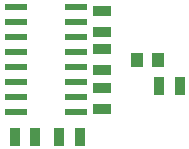
<source format=gtp>
G04*
G04 #@! TF.GenerationSoftware,Altium Limited,Altium Designer,24.5.2 (23)*
G04*
G04 Layer_Color=8421504*
%FSLAX44Y44*%
%MOMM*%
G71*
G04*
G04 #@! TF.SameCoordinates,6E999837-6CE1-4E11-A229-54F0C95139BD*
G04*
G04*
G04 #@! TF.FilePolarity,Positive*
G04*
G01*
G75*
%ADD17R,1.1000X1.3000*%
%ADD18R,0.8500X1.5000*%
%ADD19R,1.5000X0.8500*%
%ADD20R,1.8796X0.6096*%
D17*
X490280Y797500D02*
D03*
X472500D02*
D03*
D18*
X508750Y775000D02*
D03*
X491250Y775000D02*
D03*
X368750Y732500D02*
D03*
X386250D02*
D03*
X423750D02*
D03*
X406250D02*
D03*
D19*
X442500Y821250D02*
D03*
Y838750D02*
D03*
Y756250D02*
D03*
Y773750D02*
D03*
Y788750D02*
D03*
Y806250D02*
D03*
D20*
X420400Y803850D02*
D03*
Y778450D02*
D03*
Y791150D02*
D03*
Y765750D02*
D03*
Y816550D02*
D03*
Y753050D02*
D03*
Y841950D02*
D03*
X369600Y778450D02*
D03*
X420400Y829250D02*
D03*
X369600Y791150D02*
D03*
Y765750D02*
D03*
Y753050D02*
D03*
Y829250D02*
D03*
Y803850D02*
D03*
Y841950D02*
D03*
Y816550D02*
D03*
M02*

</source>
